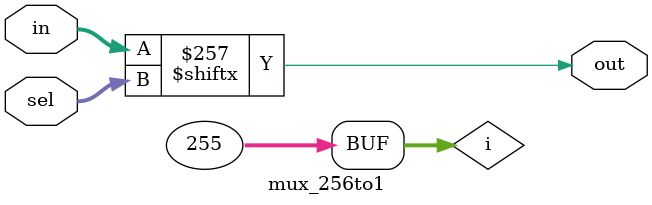
<source format=sv>
module mux_256to1
( 
    input  logic [255:0] in,
    input  logic [7:0] sel,
    output logic out 
);


    integer i;

    always_comb begin
        for (i = 0; i < 255; i = i + 1) begin
            out = in[sel];   
        end
    end
    
endmodule

</source>
